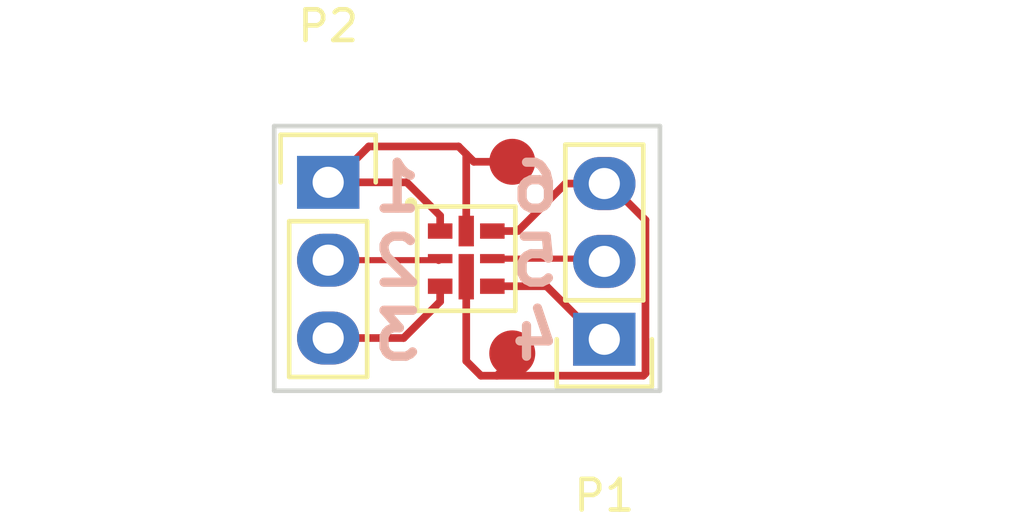
<source format=kicad_pcb>
(kicad_pcb (version 4) (host pcbnew 4.0.5)

  (general
    (links 0)
    (no_connects 8)
    (area 138.966667 96.345 158.033334 113.715)
    (thickness 1.6)
    (drawings 6)
    (tracks 33)
    (zones 0)
    (modules 5)
    (nets 7)
  )

  (page A4)
  (layers
    (0 F.Cu signal)
    (31 B.Cu signal)
    (32 B.Adhes user)
    (33 F.Adhes user)
    (34 B.Paste user)
    (35 F.Paste user)
    (36 B.SilkS user)
    (37 F.SilkS user)
    (38 B.Mask user)
    (39 F.Mask user)
    (40 Dwgs.User user)
    (41 Cmts.User user)
    (42 Eco1.User user)
    (43 Eco2.User user)
    (44 Edge.Cuts user)
    (45 Margin user)
    (46 B.CrtYd user)
    (47 F.CrtYd user)
    (48 B.Fab user)
    (49 F.Fab user)
  )

  (setup
    (last_trace_width 0.25)
    (trace_clearance 0.2)
    (zone_clearance 0.508)
    (zone_45_only no)
    (trace_min 0.2)
    (segment_width 0.2)
    (edge_width 0.15)
    (via_size 0.6)
    (via_drill 0.4)
    (via_min_size 0.4)
    (via_min_drill 0.3)
    (uvia_size 0.3)
    (uvia_drill 0.1)
    (uvias_allowed no)
    (uvia_min_size 0.2)
    (uvia_min_drill 0.1)
    (pcb_text_width 0.3)
    (pcb_text_size 1.5 1.5)
    (mod_edge_width 0.15)
    (mod_text_size 1 1)
    (mod_text_width 0.15)
    (pad_size 1.5 1.5)
    (pad_drill 0)
    (pad_to_mask_clearance 0.2)
    (aux_axis_origin 0 0)
    (visible_elements FFFFFF7F)
    (pcbplotparams
      (layerselection 0x00030_80000001)
      (usegerberextensions false)
      (excludeedgelayer true)
      (linewidth 0.100000)
      (plotframeref false)
      (viasonmask false)
      (mode 1)
      (useauxorigin false)
      (hpglpennumber 1)
      (hpglpenspeed 20)
      (hpglpendiameter 15)
      (hpglpenoverlay 2)
      (psnegative false)
      (psa4output false)
      (plotreference true)
      (plotvalue true)
      (plotinvisibletext false)
      (padsonsilk false)
      (subtractmaskfromsilk false)
      (outputformat 1)
      (mirror false)
      (drillshape 1)
      (scaleselection 1)
      (outputdirectory ""))
  )

  (net 0 "")
  (net 1 "Net-(P1-Pad1)")
  (net 2 "Net-(P1-Pad2)")
  (net 3 "Net-(P1-Pad3)")
  (net 4 "Net-(P2-Pad1)")
  (net 5 "Net-(P2-Pad2)")
  (net 6 "Net-(P2-Pad3)")

  (net_class Default "This is the default net class."
    (clearance 0.2)
    (trace_width 0.25)
    (via_dia 0.6)
    (via_drill 0.4)
    (uvia_dia 0.3)
    (uvia_drill 0.1)
    (add_net "Net-(P1-Pad1)")
    (add_net "Net-(P1-Pad2)")
    (add_net "Net-(P1-Pad3)")
    (add_net "Net-(P2-Pad1)")
    (add_net "Net-(P2-Pad2)")
    (add_net "Net-(P2-Pad3)")
  )

  (module Measurement_Points:Measurement_Point_Round-SMD-Pad_Small (layer F.Cu) (tedit 58871F2D) (tstamp 58915BC5)
    (at 150 108)
    (descr "Mesurement Point, Round, SMD Pad, DM 1.5mm,")
    (tags "Mesurement Point Round SMD Pad 1.5mm")
    (attr virtual)
    (fp_text reference REF** (at 0 -2) (layer F.SilkS) hide
      (effects (font (size 1 1) (thickness 0.15)))
    )
    (fp_text value Measurement_Point_Round-SMD-Pad_Small (at 0 2) (layer F.Fab)
      (effects (font (size 1 1) (thickness 0.15)))
    )
    (fp_circle (center 0 0) (end 1 0) (layer F.CrtYd) (width 0.05))
    (pad 1 smd circle (at 0 0) (size 1.5 1.5) (layers F.Cu F.Mask)
      (net 3 "Net-(P1-Pad3)"))
  )

  (module Pin_Headers:Pin_Header_Straight_1x03 (layer F.Cu) (tedit 0) (tstamp 58871DA2)
    (at 153 107.54 180)
    (descr "Through hole pin header")
    (tags "pin header")
    (path /5885D9F0)
    (fp_text reference P1 (at 0 -5.1 180) (layer F.SilkS)
      (effects (font (size 1 1) (thickness 0.15)))
    )
    (fp_text value CONN_01X03 (at 0 -3.1 180) (layer F.Fab)
      (effects (font (size 1 1) (thickness 0.15)))
    )
    (fp_line (start -1.75 -1.75) (end -1.75 6.85) (layer F.CrtYd) (width 0.05))
    (fp_line (start 1.75 -1.75) (end 1.75 6.85) (layer F.CrtYd) (width 0.05))
    (fp_line (start -1.75 -1.75) (end 1.75 -1.75) (layer F.CrtYd) (width 0.05))
    (fp_line (start -1.75 6.85) (end 1.75 6.85) (layer F.CrtYd) (width 0.05))
    (fp_line (start -1.27 1.27) (end -1.27 6.35) (layer F.SilkS) (width 0.15))
    (fp_line (start -1.27 6.35) (end 1.27 6.35) (layer F.SilkS) (width 0.15))
    (fp_line (start 1.27 6.35) (end 1.27 1.27) (layer F.SilkS) (width 0.15))
    (fp_line (start 1.55 -1.55) (end 1.55 0) (layer F.SilkS) (width 0.15))
    (fp_line (start 1.27 1.27) (end -1.27 1.27) (layer F.SilkS) (width 0.15))
    (fp_line (start -1.55 0) (end -1.55 -1.55) (layer F.SilkS) (width 0.15))
    (fp_line (start -1.55 -1.55) (end 1.55 -1.55) (layer F.SilkS) (width 0.15))
    (pad 1 thru_hole rect (at 0 0 180) (size 2.032 1.7272) (drill 1.016) (layers *.Cu *.Mask)
      (net 1 "Net-(P1-Pad1)"))
    (pad 2 thru_hole oval (at 0 2.54 180) (size 2.032 1.7272) (drill 1.016) (layers *.Cu *.Mask)
      (net 2 "Net-(P1-Pad2)"))
    (pad 3 thru_hole oval (at 0 5.08 180) (size 2.032 1.7272) (drill 1.016) (layers *.Cu *.Mask)
      (net 3 "Net-(P1-Pad3)"))
    (model Pin_Headers.3dshapes/Pin_Header_Straight_1x03.wrl
      (at (xyz 0 -0.1 0))
      (scale (xyz 1 1 1))
      (rotate (xyz 0 0 90))
    )
  )

  (module Pin_Headers:Pin_Header_Straight_1x03 (layer F.Cu) (tedit 0) (tstamp 58871DB4)
    (at 144 102.42)
    (descr "Through hole pin header")
    (tags "pin header")
    (path /5885D9BC)
    (fp_text reference P2 (at 0 -5.1) (layer F.SilkS)
      (effects (font (size 1 1) (thickness 0.15)))
    )
    (fp_text value CONN_01X03 (at 0 -3.1) (layer F.Fab)
      (effects (font (size 1 1) (thickness 0.15)))
    )
    (fp_line (start -1.75 -1.75) (end -1.75 6.85) (layer F.CrtYd) (width 0.05))
    (fp_line (start 1.75 -1.75) (end 1.75 6.85) (layer F.CrtYd) (width 0.05))
    (fp_line (start -1.75 -1.75) (end 1.75 -1.75) (layer F.CrtYd) (width 0.05))
    (fp_line (start -1.75 6.85) (end 1.75 6.85) (layer F.CrtYd) (width 0.05))
    (fp_line (start -1.27 1.27) (end -1.27 6.35) (layer F.SilkS) (width 0.15))
    (fp_line (start -1.27 6.35) (end 1.27 6.35) (layer F.SilkS) (width 0.15))
    (fp_line (start 1.27 6.35) (end 1.27 1.27) (layer F.SilkS) (width 0.15))
    (fp_line (start 1.55 -1.55) (end 1.55 0) (layer F.SilkS) (width 0.15))
    (fp_line (start 1.27 1.27) (end -1.27 1.27) (layer F.SilkS) (width 0.15))
    (fp_line (start -1.55 0) (end -1.55 -1.55) (layer F.SilkS) (width 0.15))
    (fp_line (start -1.55 -1.55) (end 1.55 -1.55) (layer F.SilkS) (width 0.15))
    (pad 1 thru_hole rect (at 0 0) (size 2.032 1.7272) (drill 1.016) (layers *.Cu *.Mask)
      (net 4 "Net-(P2-Pad1)"))
    (pad 2 thru_hole oval (at 0 2.54) (size 2.032 1.7272) (drill 1.016) (layers *.Cu *.Mask)
      (net 5 "Net-(P2-Pad2)"))
    (pad 3 thru_hole oval (at 0 5.08) (size 2.032 1.7272) (drill 1.016) (layers *.Cu *.Mask)
      (net 6 "Net-(P2-Pad3)"))
    (model Pin_Headers.3dshapes/Pin_Header_Straight_1x03.wrl
      (at (xyz 0 -0.1 0))
      (scale (xyz 1 1 1))
      (rotate (xyz 0 0 90))
    )
  )

  (module "Borgel Custom:APA102_2020_LED_Complex" (layer F.Cu) (tedit 58871FA0) (tstamp 58871DC9)
    (at 148.5 104.91)
    (path /58872049)
    (fp_text reference U1 (at 0 -2.8) (layer F.SilkS) hide
      (effects (font (size 1.2 1.2) (thickness 0.15)))
    )
    (fp_text value APA102_2020 (at 0 2.6) (layer F.Fab)
      (effects (font (size 1.2 1.2) (thickness 0.15)))
    )
    (fp_line (start -1.6 1.7) (end -1.6 -1.7) (layer F.SilkS) (width 0.15))
    (fp_line (start 1.6 1.7) (end -1.6 1.7) (layer F.SilkS) (width 0.15))
    (fp_line (start 1.6 -1.7) (end 1.6 1.7) (layer F.SilkS) (width 0.15))
    (fp_line (start -1.6 -1.7) (end 1.6 -1.7) (layer F.SilkS) (width 0.15))
    (fp_circle (center -1.8 -1.8) (end -1.9 -1.8) (layer F.SilkS) (width 0.2))
    (fp_line (start -1 -1) (end -1 1) (layer F.Fab) (width 0.15))
    (fp_line (start -1 -1) (end 1 -1) (layer F.Fab) (width 0.15))
    (fp_line (start -1 1) (end 1 1) (layer F.Fab) (width 0.15))
    (fp_line (start 1 1) (end 1 -1) (layer F.Fab) (width 0.15))
    (pad 6 smd rect (at 0.85 -0.9) (size 0.8 0.5) (layers F.Cu F.Paste F.Mask)
      (net 3 "Net-(P1-Pad3)"))
    (pad 5 smd rect (at 0.85 0) (size 0.8 0.3) (layers F.Cu F.Paste F.Mask)
      (net 2 "Net-(P1-Pad2)"))
    (pad 2 smd rect (at -0.85 0) (size 0.8 0.3) (layers F.Cu F.Paste F.Mask)
      (net 5 "Net-(P2-Pad2)"))
    (pad 4 smd rect (at 0.85 0.9) (size 0.8 0.5) (layers F.Cu F.Paste F.Mask)
      (net 1 "Net-(P1-Pad1)"))
    (pad 3 smd rect (at -0.85 0.9) (size 0.8 0.5) (layers F.Cu F.Paste F.Mask)
      (net 6 "Net-(P2-Pad3)"))
    (pad 1 smd rect (at -0.85 -0.9) (size 0.8 0.5) (layers F.Cu F.Paste F.Mask)
      (net 4 "Net-(P2-Pad1)") (clearance 0.5))
    (pad 1 smd rect (at 0 -0.9) (size 0.5 1) (layers F.Cu F.Paste F.Mask)
      (net 4 "Net-(P2-Pad1)") (clearance 0.5))
    (pad 6 smd rect (at 0 0.59) (size 0.5 1.48) (layers F.Cu F.Paste F.Mask)
      (net 3 "Net-(P1-Pad3)"))
  )

  (module Measurement_Points:Measurement_Point_Round-SMD-Pad_Small (layer F.Cu) (tedit 58871F29) (tstamp 58915BBD)
    (at 150 101.75)
    (descr "Mesurement Point, Round, SMD Pad, DM 1.5mm,")
    (tags "Mesurement Point Round SMD Pad 1.5mm")
    (attr virtual)
    (fp_text reference REF** (at 0 -2) (layer F.SilkS) hide
      (effects (font (size 1 1) (thickness 0.15)))
    )
    (fp_text value Measurement_Point_Round-SMD-Pad_Small (at 0 2) (layer F.Fab)
      (effects (font (size 1 1) (thickness 0.15)))
    )
    (fp_circle (center 0 0) (end 1 0) (layer F.CrtYd) (width 0.05))
    (pad 1 smd circle (at 0 0) (size 1.5 1.5) (layers F.Cu F.Mask)
      (net 4 "Net-(P2-Pad1)"))
  )

  (gr_text "1\n2\n3" (at 146.25 105) (layer B.SilkS) (tstamp 58871E2E)
    (effects (font (size 1.5 1.5) (thickness 0.3)) (justify mirror))
  )
  (gr_text "6\n5\n4" (at 150.75 105) (layer B.SilkS)
    (effects (font (size 1.5 1.5) (thickness 0.3)) (justify mirror))
  )
  (gr_line (start 142.24 109.22) (end 142.24 100.584) (layer Edge.Cuts) (width 0.15))
  (gr_line (start 154.813 109.22) (end 142.24 109.22) (layer Edge.Cuts) (width 0.15))
  (gr_line (start 154.813 100.584) (end 154.813 109.22) (layer Edge.Cuts) (width 0.15))
  (gr_line (start 142.24 100.584) (end 154.813 100.584) (layer Edge.Cuts) (width 0.15))

  (segment (start 149.35 105.81) (end 151.1176 105.81) (width 0.25) (layer F.Cu) (net 1))
  (segment (start 151.1176 105.81) (end 152.8476 107.54) (width 0.25) (layer F.Cu) (net 1))
  (segment (start 152.8476 107.54) (end 153 107.54) (width 0.25) (layer F.Cu) (net 1))
  (segment (start 149.35 104.91) (end 152.91 104.91) (width 0.2) (layer F.Cu) (net 2))
  (segment (start 152.91 104.91) (end 153 105) (width 0.25) (layer F.Cu) (net 2))
  (segment (start 148.978601 108.728601) (end 149.5 108.728601) (width 0.25) (layer F.Cu) (net 3))
  (segment (start 149.5 108.728601) (end 154.271399 108.728601) (width 0.25) (layer F.Cu) (net 3))
  (segment (start 150 108) (end 150 108.228601) (width 0.25) (layer F.Cu) (net 3))
  (segment (start 150 108.228601) (end 149.5 108.728601) (width 0.25) (layer F.Cu) (net 3))
  (segment (start 153 102.46) (end 151.734 102.46) (width 0.25) (layer F.Cu) (net 3))
  (segment (start 151.734 102.46) (end 150.184 104.01) (width 0.25) (layer F.Cu) (net 3))
  (segment (start 150.184 104.01) (end 149.375001 104.01) (width 0.25) (layer F.Cu) (net 3))
  (segment (start 154.271399 108.728601) (end 154.34101 108.65899) (width 0.25) (layer F.Cu) (net 3))
  (segment (start 154.34101 108.65899) (end 154.34101 103.64861) (width 0.25) (layer F.Cu) (net 3))
  (segment (start 154.34101 103.64861) (end 153.1524 102.46) (width 0.25) (layer F.Cu) (net 3))
  (segment (start 153.1524 102.46) (end 153 102.46) (width 0.25) (layer F.Cu) (net 3))
  (segment (start 148.5 108.25) (end 148.978601 108.728601) (width 0.25) (layer F.Cu) (net 3))
  (segment (start 148.5 105.5) (end 148.5 108.25) (width 0.25) (layer F.Cu) (net 3))
  (segment (start 148.5 101.5) (end 148.75 101.75) (width 0.25) (layer F.Cu) (net 4))
  (segment (start 148.75 101.75) (end 150 101.75) (width 0.25) (layer F.Cu) (net 4))
  (segment (start 148.5 104.01) (end 148.5 101.5) (width 0.25) (layer F.Cu) (net 4))
  (segment (start 148.5 101.5) (end 148.25 101.25) (width 0.25) (layer F.Cu) (net 4))
  (segment (start 148.25 101.25) (end 145.3224 101.25) (width 0.25) (layer F.Cu) (net 4))
  (segment (start 144.1524 102.42) (end 144 102.42) (width 0.25) (layer F.Cu) (net 4))
  (segment (start 145.3224 101.25) (end 144.1524 102.42) (width 0.25) (layer F.Cu) (net 4))
  (segment (start 144 102.42) (end 146.56 102.42) (width 0.25) (layer F.Cu) (net 4))
  (segment (start 146.56 102.42) (end 147.65 103.51) (width 0.25) (layer F.Cu) (net 4))
  (segment (start 147.65 103.51) (end 147.65 104.01) (width 0.25) (layer F.Cu) (net 4))
  (segment (start 144 104.96) (end 147.6 104.96) (width 0.2) (layer F.Cu) (net 5))
  (segment (start 147.6 104.96) (end 147.65 104.91) (width 0.25) (layer F.Cu) (net 5))
  (segment (start 144 107.5) (end 146.46 107.5) (width 0.25) (layer F.Cu) (net 6))
  (segment (start 146.46 107.5) (end 147.65 106.31) (width 0.25) (layer F.Cu) (net 6))
  (segment (start 147.65 106.31) (end 147.65 105.81) (width 0.25) (layer F.Cu) (net 6))

)

</source>
